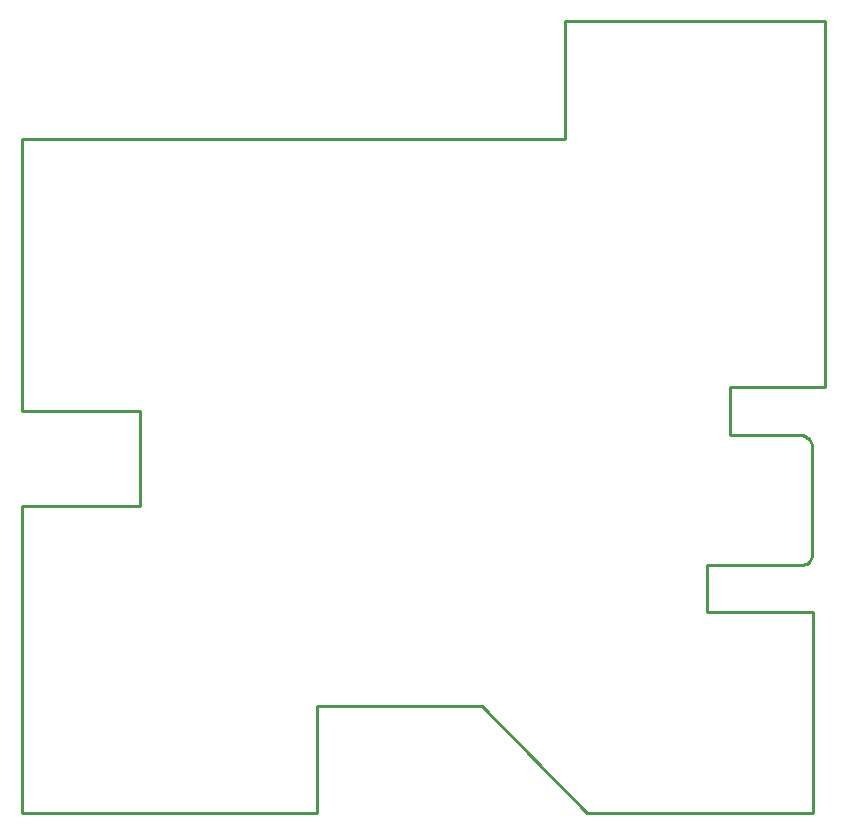
<source format=gbr>
G04 EAGLE Gerber RS-274X export*
G75*
%MOMM*%
%FSLAX34Y34*%
%LPD*%
%IN*%
%IPPOS*%
%AMOC8*
5,1,8,0,0,1.08239X$1,22.5*%
G01*
%ADD10C,0.254000*%


D10*
X0Y0D02*
X250000Y0D01*
X250000Y90000D01*
X390000Y90000D01*
X478900Y0D01*
X670000Y0D01*
X670000Y170000D01*
X580000Y170000D01*
X580000Y210000D01*
X660000Y210000D01*
X660701Y209943D01*
X661404Y209948D01*
X662105Y210014D01*
X662796Y210140D01*
X663475Y210327D01*
X664134Y210572D01*
X664769Y210873D01*
X665376Y211229D01*
X665950Y211636D01*
X666486Y212092D01*
X666980Y212592D01*
X667428Y213134D01*
X667828Y213713D01*
X668176Y214324D01*
X668469Y214964D01*
X668705Y215626D01*
X668882Y216307D01*
X669000Y217000D01*
X669000Y307000D01*
X669132Y307966D01*
X669180Y308941D01*
X669143Y309915D01*
X669021Y310883D01*
X668815Y311836D01*
X668526Y312768D01*
X668158Y313671D01*
X667712Y314539D01*
X667192Y315364D01*
X666603Y316141D01*
X665948Y316864D01*
X665232Y317526D01*
X664461Y318124D01*
X663642Y318653D01*
X662779Y319108D01*
X661880Y319486D01*
X660951Y319784D01*
X660000Y320000D01*
X600000Y320000D01*
X600000Y360000D01*
X680000Y360000D01*
X680000Y670000D01*
X460000Y670000D01*
X460000Y570000D01*
X0Y570000D01*
X0Y340000D01*
X100000Y340000D01*
X100000Y260000D01*
X0Y260000D01*
X0Y0D01*
M02*

</source>
